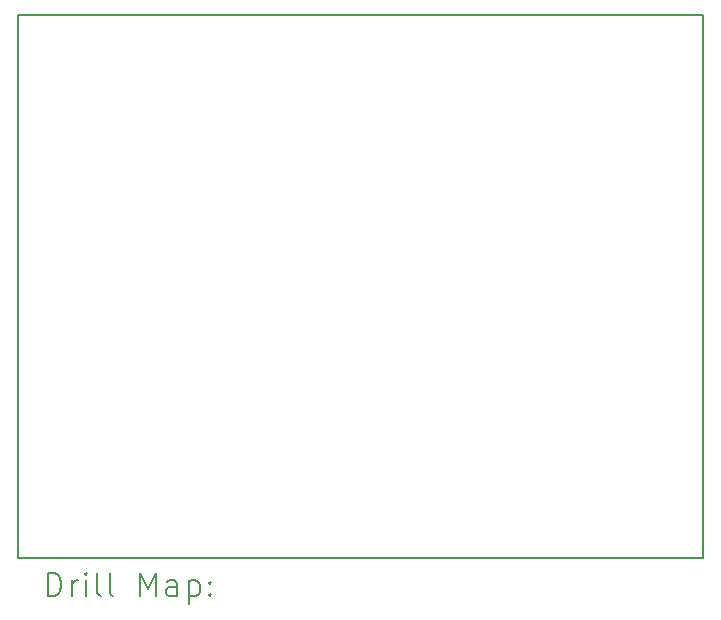
<source format=gbr>
%TF.GenerationSoftware,KiCad,Pcbnew,8.0.6*%
%TF.CreationDate,2025-01-13T19:20:47-05:00*%
%TF.ProjectId,yy_CAN_board,79795f43-414e-45f6-926f-6172642e6b69,1.0*%
%TF.SameCoordinates,Original*%
%TF.FileFunction,Drillmap*%
%TF.FilePolarity,Positive*%
%FSLAX45Y45*%
G04 Gerber Fmt 4.5, Leading zero omitted, Abs format (unit mm)*
G04 Created by KiCad (PCBNEW 8.0.6) date 2025-01-13 19:20:47*
%MOMM*%
%LPD*%
G01*
G04 APERTURE LIST*
%ADD10C,0.150000*%
%ADD11C,0.200000*%
G04 APERTURE END LIST*
D10*
X11200000Y-13300000D02*
X17000000Y-13300000D01*
X11200000Y-13300000D02*
X11200000Y-8700000D01*
X17000000Y-13300000D02*
X17000000Y-8700000D01*
X11200000Y-8700000D02*
X17000000Y-8700000D01*
D11*
X11453277Y-13618984D02*
X11453277Y-13418984D01*
X11453277Y-13418984D02*
X11500896Y-13418984D01*
X11500896Y-13418984D02*
X11529467Y-13428508D01*
X11529467Y-13428508D02*
X11548515Y-13447555D01*
X11548515Y-13447555D02*
X11558039Y-13466603D01*
X11558039Y-13466603D02*
X11567562Y-13504698D01*
X11567562Y-13504698D02*
X11567562Y-13533269D01*
X11567562Y-13533269D02*
X11558039Y-13571365D01*
X11558039Y-13571365D02*
X11548515Y-13590412D01*
X11548515Y-13590412D02*
X11529467Y-13609460D01*
X11529467Y-13609460D02*
X11500896Y-13618984D01*
X11500896Y-13618984D02*
X11453277Y-13618984D01*
X11653277Y-13618984D02*
X11653277Y-13485650D01*
X11653277Y-13523746D02*
X11662801Y-13504698D01*
X11662801Y-13504698D02*
X11672324Y-13495174D01*
X11672324Y-13495174D02*
X11691372Y-13485650D01*
X11691372Y-13485650D02*
X11710420Y-13485650D01*
X11777086Y-13618984D02*
X11777086Y-13485650D01*
X11777086Y-13418984D02*
X11767562Y-13428508D01*
X11767562Y-13428508D02*
X11777086Y-13438031D01*
X11777086Y-13438031D02*
X11786610Y-13428508D01*
X11786610Y-13428508D02*
X11777086Y-13418984D01*
X11777086Y-13418984D02*
X11777086Y-13438031D01*
X11900896Y-13618984D02*
X11881848Y-13609460D01*
X11881848Y-13609460D02*
X11872324Y-13590412D01*
X11872324Y-13590412D02*
X11872324Y-13418984D01*
X12005658Y-13618984D02*
X11986610Y-13609460D01*
X11986610Y-13609460D02*
X11977086Y-13590412D01*
X11977086Y-13590412D02*
X11977086Y-13418984D01*
X12234229Y-13618984D02*
X12234229Y-13418984D01*
X12234229Y-13418984D02*
X12300896Y-13561841D01*
X12300896Y-13561841D02*
X12367562Y-13418984D01*
X12367562Y-13418984D02*
X12367562Y-13618984D01*
X12548515Y-13618984D02*
X12548515Y-13514222D01*
X12548515Y-13514222D02*
X12538991Y-13495174D01*
X12538991Y-13495174D02*
X12519943Y-13485650D01*
X12519943Y-13485650D02*
X12481848Y-13485650D01*
X12481848Y-13485650D02*
X12462801Y-13495174D01*
X12548515Y-13609460D02*
X12529467Y-13618984D01*
X12529467Y-13618984D02*
X12481848Y-13618984D01*
X12481848Y-13618984D02*
X12462801Y-13609460D01*
X12462801Y-13609460D02*
X12453277Y-13590412D01*
X12453277Y-13590412D02*
X12453277Y-13571365D01*
X12453277Y-13571365D02*
X12462801Y-13552317D01*
X12462801Y-13552317D02*
X12481848Y-13542793D01*
X12481848Y-13542793D02*
X12529467Y-13542793D01*
X12529467Y-13542793D02*
X12548515Y-13533269D01*
X12643753Y-13485650D02*
X12643753Y-13685650D01*
X12643753Y-13495174D02*
X12662801Y-13485650D01*
X12662801Y-13485650D02*
X12700896Y-13485650D01*
X12700896Y-13485650D02*
X12719943Y-13495174D01*
X12719943Y-13495174D02*
X12729467Y-13504698D01*
X12729467Y-13504698D02*
X12738991Y-13523746D01*
X12738991Y-13523746D02*
X12738991Y-13580888D01*
X12738991Y-13580888D02*
X12729467Y-13599936D01*
X12729467Y-13599936D02*
X12719943Y-13609460D01*
X12719943Y-13609460D02*
X12700896Y-13618984D01*
X12700896Y-13618984D02*
X12662801Y-13618984D01*
X12662801Y-13618984D02*
X12643753Y-13609460D01*
X12824705Y-13599936D02*
X12834229Y-13609460D01*
X12834229Y-13609460D02*
X12824705Y-13618984D01*
X12824705Y-13618984D02*
X12815182Y-13609460D01*
X12815182Y-13609460D02*
X12824705Y-13599936D01*
X12824705Y-13599936D02*
X12824705Y-13618984D01*
X12824705Y-13495174D02*
X12834229Y-13504698D01*
X12834229Y-13504698D02*
X12824705Y-13514222D01*
X12824705Y-13514222D02*
X12815182Y-13504698D01*
X12815182Y-13504698D02*
X12824705Y-13495174D01*
X12824705Y-13495174D02*
X12824705Y-13514222D01*
M02*

</source>
